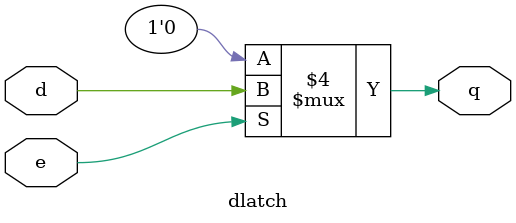
<source format=v>
module dlatch(input d,e,output reg q);
initial begin
	if(!e)
		q<=0;
	else
		q<=d;
end
endmodule




</source>
